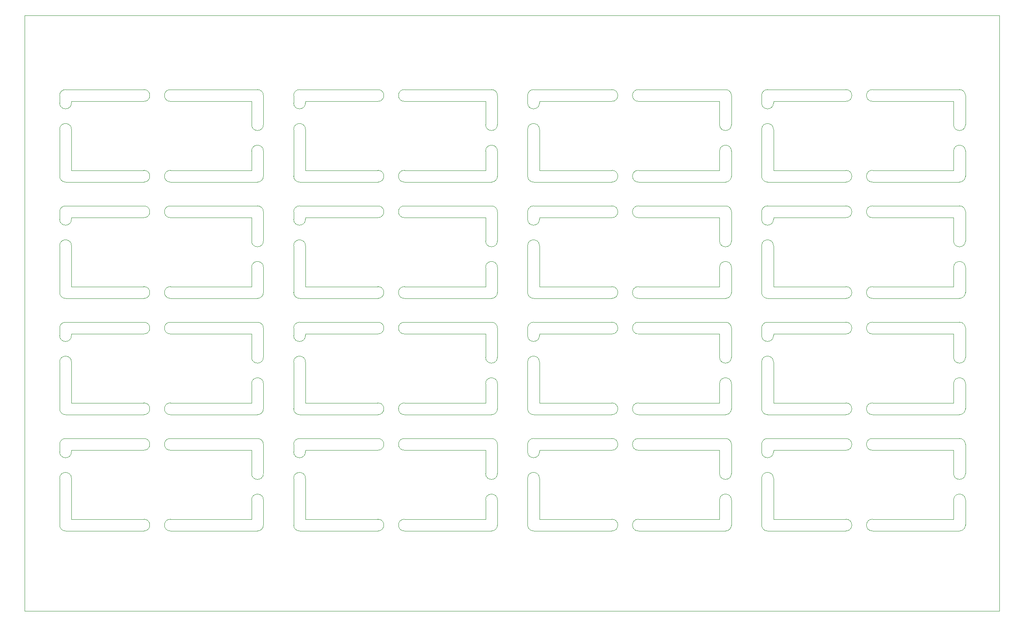
<source format=gko>
G04 Layer_Color=16711935*
%FSLAX25Y25*%
%MOIN*%
G70*
G01*
G75*
%ADD63C,0.00394*%
D63*
X0Y0D02*
X551181D01*
X778740D01*
Y476378D01*
X582677D02*
X778740D01*
X0D02*
X582677D01*
X0Y0D02*
Y476378D01*
X27953Y127165D02*
G03*
X37402Y127165I4724J0D01*
G01*
Y106003D02*
G03*
X27953Y106003I-4724J0D01*
G01*
X181299Y109843D02*
G03*
X190748Y109843I4724J0D01*
G01*
Y88680D02*
G03*
X181299Y88680I-4724J0D01*
G01*
X116437Y73327D02*
G03*
X116437Y63878I0J-4724D01*
G01*
X95275D02*
G03*
X95275Y73327I0J4724D01*
G01*
X95276Y128445D02*
G03*
X95276Y137894I0J4724D01*
G01*
X116438D02*
G03*
X116438Y128445I0J-4724D01*
G01*
X32677Y137894D02*
G03*
X27953Y133169I0J-4724D01*
G01*
X27953Y68602D02*
G03*
X32677Y63878I4724J0D01*
G01*
X186024D02*
G03*
X190748Y68602I0J4724D01*
G01*
Y133169D02*
G03*
X186024Y137894I-4724J0D01*
G01*
X181299Y73327D02*
Y88680D01*
X37402Y73327D02*
Y106003D01*
X37402Y128445D02*
X40059D01*
X37402Y127165D02*
Y128445D01*
X181299Y109843D02*
Y128445D01*
X181299D01*
X37402Y73327D02*
X95275D01*
X116437D02*
X181299D01*
Y73327D02*
Y73327D01*
X116438Y128445D02*
X181299D01*
Y128445D01*
X95276Y128445D02*
Y128445D01*
X40059D02*
X95276D01*
X27953Y127165D02*
Y133169D01*
X32677Y137894D02*
X95276D01*
X116438D02*
X186024D01*
X190748Y109843D02*
Y133169D01*
X116437Y63878D02*
X186024D01*
X190748Y68602D02*
Y88680D01*
X32677Y63878D02*
X95275D01*
X27953Y68602D02*
Y106003D01*
X214880Y127165D02*
G03*
X224329Y127165I4724J0D01*
G01*
Y106003D02*
G03*
X214880Y106003I-4724J0D01*
G01*
X368226Y109843D02*
G03*
X377675Y109843I4724J0D01*
G01*
Y88680D02*
G03*
X368226Y88680I-4724J0D01*
G01*
X303364Y73327D02*
G03*
X303364Y63878I0J-4724D01*
G01*
X282202D02*
G03*
X282202Y73327I0J4724D01*
G01*
X282203Y128445D02*
G03*
X282203Y137894I0J4724D01*
G01*
X303365D02*
G03*
X303365Y128445I0J-4724D01*
G01*
X219604Y137894D02*
G03*
X214880Y133169I0J-4724D01*
G01*
X214880Y68602D02*
G03*
X219604Y63878I4724J0D01*
G01*
X372951D02*
G03*
X377675Y68602I0J4724D01*
G01*
Y133169D02*
G03*
X372951Y137894I-4724J0D01*
G01*
X368226Y73327D02*
Y88680D01*
X224329Y73327D02*
Y106003D01*
X224329Y128445D02*
X226986D01*
X224329Y127165D02*
Y128445D01*
X368226Y109843D02*
Y128445D01*
X368227D01*
X224329Y73327D02*
X282202D01*
X303364D02*
X368226D01*
Y73327D02*
Y73327D01*
X303365Y128445D02*
X368227D01*
Y128445D01*
X282203Y128445D02*
Y128445D01*
X226986D02*
X282203D01*
X214880Y127165D02*
Y133169D01*
X219604Y137894D02*
X282203D01*
X303365D02*
X372951D01*
X377675Y109843D02*
Y133169D01*
X303364Y63878D02*
X372951D01*
X377675Y68602D02*
Y88680D01*
X219604Y63878D02*
X282202D01*
X214880Y68602D02*
Y106003D01*
X401807Y127165D02*
G03*
X411256Y127165I4724J0D01*
G01*
Y106003D02*
G03*
X401807Y106003I-4724J0D01*
G01*
X555154Y109843D02*
G03*
X564603Y109843I4724J0D01*
G01*
Y88680D02*
G03*
X555154Y88680I-4724J0D01*
G01*
X490291Y73327D02*
G03*
X490291Y63878I0J-4724D01*
G01*
X469129D02*
G03*
X469129Y73327I0J4724D01*
G01*
X469130Y128445D02*
G03*
X469130Y137894I0J4724D01*
G01*
X490292D02*
G03*
X490292Y128445I0J-4724D01*
G01*
X406532Y137894D02*
G03*
X401807Y133169I0J-4724D01*
G01*
X401807Y68602D02*
G03*
X406532Y63878I4724J0D01*
G01*
X559878D02*
G03*
X564603Y68602I0J4724D01*
G01*
Y133169D02*
G03*
X559878Y137894I-4724J0D01*
G01*
X555154Y73327D02*
Y88680D01*
X411256Y73327D02*
Y106003D01*
X411256Y128445D02*
X413914D01*
X411256Y127165D02*
Y128445D01*
X555154Y109843D02*
Y128445D01*
X555154D01*
X411256Y73327D02*
X469129D01*
X490291D02*
X555154D01*
Y73327D02*
Y73327D01*
X490292Y128445D02*
X555154D01*
Y128445D01*
X469130Y128445D02*
Y128445D01*
X413914D02*
X469130D01*
X401807Y127165D02*
Y133169D01*
X406532Y137894D02*
X469130D01*
X490292D02*
X559878D01*
X564603Y109843D02*
Y133169D01*
X490291Y63878D02*
X559878D01*
X564603Y68602D02*
Y88680D01*
X406532Y63878D02*
X469129D01*
X401807Y68602D02*
Y106003D01*
X588734Y127165D02*
G03*
X598183Y127165I4724J0D01*
G01*
Y106003D02*
G03*
X588734Y106003I-4724J0D01*
G01*
X742081Y109843D02*
G03*
X751530Y109843I4724J0D01*
G01*
Y88680D02*
G03*
X742081Y88680I-4724J0D01*
G01*
X677219Y73327D02*
G03*
X677219Y63878I0J-4724D01*
G01*
X656057D02*
G03*
X656057Y73327I0J4724D01*
G01*
X656057Y128445D02*
G03*
X656057Y137894I0J4724D01*
G01*
X677219D02*
G03*
X677219Y128445I0J-4724D01*
G01*
X593459Y137894D02*
G03*
X588734Y133169I0J-4724D01*
G01*
X588734Y68602D02*
G03*
X593459Y63878I4724J0D01*
G01*
X746805D02*
G03*
X751530Y68602I0J4724D01*
G01*
Y133169D02*
G03*
X746805Y137894I-4724J0D01*
G01*
X742081Y73327D02*
Y88680D01*
X598183Y73327D02*
Y106003D01*
X598183Y128445D02*
X600841D01*
X598183Y127165D02*
Y128445D01*
X742081Y109843D02*
Y128445D01*
X742081D01*
X598183Y73327D02*
X656057D01*
X677219D02*
X742081D01*
Y73327D02*
Y73327D01*
X677219Y128445D02*
X742081D01*
Y128445D01*
X656057Y128445D02*
Y128445D01*
X600841D02*
X656057D01*
X588734Y127165D02*
Y133169D01*
X593459Y137894D02*
X656057D01*
X677219D02*
X746805D01*
X751530Y109843D02*
Y133169D01*
X677219Y63878D02*
X746805D01*
X751530Y68602D02*
Y88680D01*
X593459Y63878D02*
X656057D01*
X588734Y68602D02*
Y106003D01*
X27953Y220177D02*
G03*
X37402Y220177I4724J0D01*
G01*
Y199015D02*
G03*
X27953Y199015I-4724J0D01*
G01*
X181299Y202854D02*
G03*
X190748Y202854I4724J0D01*
G01*
Y181692D02*
G03*
X181299Y181692I-4724J0D01*
G01*
X116437Y166339D02*
G03*
X116437Y156890I0J-4724D01*
G01*
X95275D02*
G03*
X95275Y166339I0J4724D01*
G01*
X95276Y221457D02*
G03*
X95276Y230906I0J4724D01*
G01*
X116438D02*
G03*
X116438Y221457I0J-4724D01*
G01*
X32677Y230906D02*
G03*
X27953Y226181I0J-4724D01*
G01*
X27953Y161614D02*
G03*
X32677Y156890I4724J0D01*
G01*
X186024D02*
G03*
X190748Y161614I0J4724D01*
G01*
Y226181D02*
G03*
X186024Y230906I-4724J0D01*
G01*
X181299Y166339D02*
Y181692D01*
X37402Y166339D02*
Y199015D01*
X37402Y221457D02*
X40059D01*
X37402Y220177D02*
Y221457D01*
X181299Y202854D02*
Y221457D01*
X181299D01*
X37402Y166339D02*
X95275D01*
X116437D02*
X181299D01*
Y166339D02*
Y166339D01*
X116438Y221457D02*
X181299D01*
Y221457D01*
X95276Y221457D02*
Y221457D01*
X40059D02*
X95276D01*
X27953Y220177D02*
Y226181D01*
X32677Y230906D02*
X95276D01*
X116438D02*
X186024D01*
X190748Y202854D02*
Y226181D01*
X116437Y156890D02*
X186024D01*
X190748Y161614D02*
Y181692D01*
X32677Y156890D02*
X95275D01*
X27953Y161614D02*
Y199015D01*
X214880Y220177D02*
G03*
X224329Y220177I4724J0D01*
G01*
Y199015D02*
G03*
X214880Y199015I-4724J0D01*
G01*
X368226Y202854D02*
G03*
X377675Y202854I4724J0D01*
G01*
Y181692D02*
G03*
X368226Y181692I-4724J0D01*
G01*
X303364Y166339D02*
G03*
X303364Y156890I0J-4724D01*
G01*
X282202D02*
G03*
X282202Y166339I0J4724D01*
G01*
X282203Y221457D02*
G03*
X282203Y230906I0J4724D01*
G01*
X303365D02*
G03*
X303365Y221457I0J-4724D01*
G01*
X219604Y230906D02*
G03*
X214880Y226181I0J-4724D01*
G01*
X214880Y161614D02*
G03*
X219604Y156890I4724J0D01*
G01*
X372951D02*
G03*
X377675Y161614I0J4724D01*
G01*
Y226181D02*
G03*
X372951Y230906I-4724J0D01*
G01*
X368226Y166339D02*
Y181692D01*
X224329Y166339D02*
Y199015D01*
X224329Y221457D02*
X226986D01*
X224329Y220177D02*
Y221457D01*
X368226Y202854D02*
Y221457D01*
X368227D01*
X224329Y166339D02*
X282202D01*
X303364D02*
X368226D01*
Y166339D02*
Y166339D01*
X303365Y221457D02*
X368227D01*
Y221457D01*
X282203Y221457D02*
Y221457D01*
X226986D02*
X282203D01*
X214880Y220177D02*
Y226181D01*
X219604Y230906D02*
X282203D01*
X303365D02*
X372951D01*
X377675Y202854D02*
Y226181D01*
X303364Y156890D02*
X372951D01*
X377675Y161614D02*
Y181692D01*
X219604Y156890D02*
X282202D01*
X214880Y161614D02*
Y199015D01*
X401807Y220177D02*
G03*
X411256Y220177I4724J0D01*
G01*
Y199015D02*
G03*
X401807Y199015I-4724J0D01*
G01*
X555154Y202854D02*
G03*
X564603Y202854I4724J0D01*
G01*
Y181692D02*
G03*
X555154Y181692I-4724J0D01*
G01*
X490291Y166339D02*
G03*
X490291Y156890I0J-4724D01*
G01*
X469129D02*
G03*
X469129Y166339I0J4724D01*
G01*
X469130Y221457D02*
G03*
X469130Y230906I0J4724D01*
G01*
X490292D02*
G03*
X490292Y221457I0J-4724D01*
G01*
X406532Y230906D02*
G03*
X401807Y226181I0J-4724D01*
G01*
X401807Y161614D02*
G03*
X406532Y156890I4724J0D01*
G01*
X559878D02*
G03*
X564603Y161614I0J4724D01*
G01*
Y226181D02*
G03*
X559878Y230906I-4724J0D01*
G01*
X555154Y166339D02*
Y181692D01*
X411256Y166339D02*
Y199015D01*
X411256Y221457D02*
X413914D01*
X411256Y220177D02*
Y221457D01*
X555154Y202854D02*
Y221457D01*
X555154D01*
X411256Y166339D02*
X469129D01*
X490291D02*
X555154D01*
Y166339D02*
Y166339D01*
X490292Y221457D02*
X555154D01*
Y221457D01*
X469130Y221457D02*
Y221457D01*
X413914D02*
X469130D01*
X401807Y220177D02*
Y226181D01*
X406532Y230906D02*
X469130D01*
X490292D02*
X559878D01*
X564603Y202854D02*
Y226181D01*
X490291Y156890D02*
X559878D01*
X564603Y161614D02*
Y181692D01*
X406532Y156890D02*
X469129D01*
X401807Y161614D02*
Y199015D01*
X588734Y220177D02*
G03*
X598183Y220177I4724J0D01*
G01*
Y199015D02*
G03*
X588734Y199015I-4724J0D01*
G01*
X742081Y202854D02*
G03*
X751530Y202854I4724J0D01*
G01*
Y181692D02*
G03*
X742081Y181692I-4724J0D01*
G01*
X677219Y166339D02*
G03*
X677219Y156890I0J-4724D01*
G01*
X656057D02*
G03*
X656057Y166339I0J4724D01*
G01*
X656057Y221457D02*
G03*
X656057Y230906I0J4724D01*
G01*
X677219D02*
G03*
X677219Y221457I0J-4724D01*
G01*
X593459Y230906D02*
G03*
X588734Y226181I0J-4724D01*
G01*
X588734Y161614D02*
G03*
X593459Y156890I4724J0D01*
G01*
X746805D02*
G03*
X751530Y161614I0J4724D01*
G01*
Y226181D02*
G03*
X746805Y230906I-4724J0D01*
G01*
X742081Y166339D02*
Y181692D01*
X598183Y166339D02*
Y199015D01*
X598183Y221457D02*
X600841D01*
X598183Y220177D02*
Y221457D01*
X742081Y202854D02*
Y221457D01*
X742081D01*
X598183Y166339D02*
X656057D01*
X677219D02*
X742081D01*
Y166339D02*
Y166339D01*
X677219Y221457D02*
X742081D01*
Y221457D01*
X656057Y221457D02*
Y221457D01*
X600841D02*
X656057D01*
X588734Y220177D02*
Y226181D01*
X593459Y230906D02*
X656057D01*
X677219D02*
X746805D01*
X751530Y202854D02*
Y226181D01*
X677219Y156890D02*
X746805D01*
X751530Y161614D02*
Y181692D01*
X593459Y156890D02*
X656057D01*
X588734Y161614D02*
Y199015D01*
X27953Y313189D02*
G03*
X37402Y313189I4724J0D01*
G01*
Y292027D02*
G03*
X27953Y292027I-4724J0D01*
G01*
X181299Y295866D02*
G03*
X190748Y295866I4724J0D01*
G01*
Y274704D02*
G03*
X181299Y274704I-4724J0D01*
G01*
X116437Y259350D02*
G03*
X116437Y249902I0J-4724D01*
G01*
X95275D02*
G03*
X95275Y259350I0J4724D01*
G01*
X95276Y314469D02*
G03*
X95276Y323917I0J4724D01*
G01*
X116438D02*
G03*
X116438Y314469I0J-4724D01*
G01*
X32677Y323917D02*
G03*
X27953Y319193I0J-4724D01*
G01*
X27953Y254626D02*
G03*
X32677Y249902I4724J0D01*
G01*
X186024D02*
G03*
X190748Y254626I0J4724D01*
G01*
Y319193D02*
G03*
X186024Y323917I-4724J0D01*
G01*
X181299Y259350D02*
Y274704D01*
X37402Y259350D02*
Y292027D01*
X37402Y314469D02*
X40059D01*
X37402Y313189D02*
Y314469D01*
X181299Y295866D02*
Y314469D01*
X181299D01*
X37402Y259350D02*
X95275D01*
X116437D02*
X181299D01*
Y259350D02*
Y259350D01*
X116438Y314469D02*
X181299D01*
Y314469D01*
X95276Y314469D02*
Y314469D01*
X40059D02*
X95276D01*
X27953Y313189D02*
Y319193D01*
X32677Y323917D02*
X95276D01*
X116438D02*
X186024D01*
X190748Y295866D02*
Y319193D01*
X116437Y249902D02*
X186024D01*
X190748Y254626D02*
Y274704D01*
X32677Y249902D02*
X95275D01*
X27953Y254626D02*
Y292027D01*
X214880Y313189D02*
G03*
X224329Y313189I4724J0D01*
G01*
Y292027D02*
G03*
X214880Y292027I-4724J0D01*
G01*
X368226Y295866D02*
G03*
X377675Y295866I4724J0D01*
G01*
Y274704D02*
G03*
X368226Y274704I-4724J0D01*
G01*
X303364Y259350D02*
G03*
X303364Y249902I0J-4724D01*
G01*
X282202D02*
G03*
X282202Y259350I0J4724D01*
G01*
X282203Y314469D02*
G03*
X282203Y323917I0J4724D01*
G01*
X303365D02*
G03*
X303365Y314469I0J-4724D01*
G01*
X219604Y323917D02*
G03*
X214880Y319193I0J-4724D01*
G01*
X214880Y254626D02*
G03*
X219604Y249902I4724J0D01*
G01*
X372951D02*
G03*
X377675Y254626I0J4724D01*
G01*
Y319193D02*
G03*
X372951Y323917I-4724J0D01*
G01*
X368226Y259350D02*
Y274704D01*
X224329Y259350D02*
Y292027D01*
X224329Y314469D02*
X226986D01*
X224329Y313189D02*
Y314469D01*
X368226Y295866D02*
Y314469D01*
X368227D01*
X224329Y259350D02*
X282202D01*
X303364D02*
X368226D01*
Y259350D02*
Y259350D01*
X303365Y314469D02*
X368227D01*
Y314469D01*
X282203Y314469D02*
Y314469D01*
X226986D02*
X282203D01*
X214880Y313189D02*
Y319193D01*
X219604Y323917D02*
X282203D01*
X303365D02*
X372951D01*
X377675Y295866D02*
Y319193D01*
X303364Y249902D02*
X372951D01*
X377675Y254626D02*
Y274704D01*
X219604Y249902D02*
X282202D01*
X214880Y254626D02*
Y292027D01*
X401807Y313189D02*
G03*
X411256Y313189I4724J0D01*
G01*
Y292027D02*
G03*
X401807Y292027I-4724J0D01*
G01*
X555154Y295866D02*
G03*
X564603Y295866I4724J0D01*
G01*
Y274704D02*
G03*
X555154Y274704I-4724J0D01*
G01*
X490291Y259350D02*
G03*
X490291Y249902I0J-4724D01*
G01*
X469129D02*
G03*
X469129Y259350I0J4724D01*
G01*
X469130Y314469D02*
G03*
X469130Y323917I0J4724D01*
G01*
X490292D02*
G03*
X490292Y314469I0J-4724D01*
G01*
X406532Y323917D02*
G03*
X401807Y319193I0J-4724D01*
G01*
X401807Y254626D02*
G03*
X406532Y249902I4724J0D01*
G01*
X559878D02*
G03*
X564603Y254626I0J4724D01*
G01*
Y319193D02*
G03*
X559878Y323917I-4724J0D01*
G01*
X555154Y259350D02*
Y274704D01*
X411256Y259350D02*
Y292027D01*
X411256Y314469D02*
X413914D01*
X411256Y313189D02*
Y314469D01*
X555154Y295866D02*
Y314469D01*
X555154D01*
X411256Y259350D02*
X469129D01*
X490291D02*
X555154D01*
Y259350D02*
Y259350D01*
X490292Y314469D02*
X555154D01*
Y314469D01*
X469130Y314469D02*
Y314469D01*
X413914D02*
X469130D01*
X401807Y313189D02*
Y319193D01*
X406532Y323917D02*
X469130D01*
X490292D02*
X559878D01*
X564603Y295866D02*
Y319193D01*
X490291Y249902D02*
X559878D01*
X564603Y254626D02*
Y274704D01*
X406532Y249902D02*
X469129D01*
X401807Y254626D02*
Y292027D01*
X588734Y313189D02*
G03*
X598183Y313189I4724J0D01*
G01*
Y292027D02*
G03*
X588734Y292027I-4724J0D01*
G01*
X742081Y295866D02*
G03*
X751530Y295866I4724J0D01*
G01*
Y274704D02*
G03*
X742081Y274704I-4724J0D01*
G01*
X677219Y259350D02*
G03*
X677219Y249902I0J-4724D01*
G01*
X656057D02*
G03*
X656057Y259350I0J4724D01*
G01*
X656057Y314469D02*
G03*
X656057Y323917I0J4724D01*
G01*
X677219D02*
G03*
X677219Y314469I0J-4724D01*
G01*
X593459Y323917D02*
G03*
X588734Y319193I0J-4724D01*
G01*
X588734Y254626D02*
G03*
X593459Y249902I4724J0D01*
G01*
X746805D02*
G03*
X751530Y254626I0J4724D01*
G01*
Y319193D02*
G03*
X746805Y323917I-4724J0D01*
G01*
X742081Y259350D02*
Y274704D01*
X598183Y259350D02*
Y292027D01*
X598183Y314469D02*
X600841D01*
X598183Y313189D02*
Y314469D01*
X742081Y295866D02*
Y314469D01*
X742081D01*
X598183Y259350D02*
X656057D01*
X677219D02*
X742081D01*
Y259350D02*
Y259350D01*
X677219Y314469D02*
X742081D01*
Y314469D01*
X656057Y314469D02*
Y314469D01*
X600841D02*
X656057D01*
X588734Y313189D02*
Y319193D01*
X593459Y323917D02*
X656057D01*
X677219D02*
X746805D01*
X751530Y295866D02*
Y319193D01*
X677219Y249902D02*
X746805D01*
X751530Y254626D02*
Y274704D01*
X593459Y249902D02*
X656057D01*
X588734Y254626D02*
Y292027D01*
X27953Y406201D02*
G03*
X37402Y406201I4724J0D01*
G01*
Y385039D02*
G03*
X27953Y385039I-4724J0D01*
G01*
X181299Y388878D02*
G03*
X190748Y388878I4724J0D01*
G01*
Y367716D02*
G03*
X181299Y367716I-4724J0D01*
G01*
X116437Y352362D02*
G03*
X116437Y342913I0J-4724D01*
G01*
X95275D02*
G03*
X95275Y352362I0J4724D01*
G01*
X95276Y407480D02*
G03*
X95276Y416929I0J4724D01*
G01*
X116438D02*
G03*
X116438Y407480I0J-4724D01*
G01*
X32677Y416929D02*
G03*
X27953Y412205I0J-4724D01*
G01*
X27953Y347638D02*
G03*
X32677Y342913I4724J0D01*
G01*
X186024D02*
G03*
X190748Y347638I0J4724D01*
G01*
Y412205D02*
G03*
X186024Y416929I-4724J0D01*
G01*
X181299Y352362D02*
Y367716D01*
X37402Y352362D02*
Y385039D01*
X37402Y407480D02*
X40059D01*
X37402Y406201D02*
Y407480D01*
X181299Y388878D02*
Y407480D01*
X181299D01*
X37402Y352362D02*
X95275D01*
X116437D02*
X181299D01*
Y352362D02*
Y352362D01*
X116438Y407480D02*
X181299D01*
Y407480D01*
X95276Y407480D02*
Y407480D01*
X40059D02*
X95276D01*
X27953Y406201D02*
Y412205D01*
X32677Y416929D02*
X95276D01*
X116438D02*
X186024D01*
X190748Y388878D02*
Y412205D01*
X116437Y342913D02*
X186024D01*
X190748Y347638D02*
Y367716D01*
X32677Y342913D02*
X95275D01*
X27953Y347638D02*
Y385039D01*
X214880Y406201D02*
G03*
X224329Y406201I4724J0D01*
G01*
Y385039D02*
G03*
X214880Y385039I-4724J0D01*
G01*
X368226Y388878D02*
G03*
X377675Y388878I4724J0D01*
G01*
Y367716D02*
G03*
X368226Y367716I-4724J0D01*
G01*
X303364Y352362D02*
G03*
X303364Y342913I0J-4724D01*
G01*
X282202D02*
G03*
X282202Y352362I0J4724D01*
G01*
X282203Y407480D02*
G03*
X282203Y416929I0J4724D01*
G01*
X303365D02*
G03*
X303365Y407480I0J-4724D01*
G01*
X219604Y416929D02*
G03*
X214880Y412205I0J-4724D01*
G01*
X214880Y347638D02*
G03*
X219604Y342913I4724J0D01*
G01*
X372951D02*
G03*
X377675Y347638I0J4724D01*
G01*
Y412205D02*
G03*
X372951Y416929I-4724J0D01*
G01*
X368226Y352362D02*
Y367716D01*
X224329Y352362D02*
Y385039D01*
X224329Y407480D02*
X226986D01*
X224329Y406201D02*
Y407480D01*
X368226Y388878D02*
Y407480D01*
X368227D01*
X224329Y352362D02*
X282202D01*
X303364D02*
X368226D01*
Y352362D02*
Y352362D01*
X303365Y407480D02*
X368227D01*
Y407480D01*
X282203Y407480D02*
Y407480D01*
X226986D02*
X282203D01*
X214880Y406201D02*
Y412205D01*
X219604Y416929D02*
X282203D01*
X303365D02*
X372951D01*
X377675Y388878D02*
Y412205D01*
X303364Y342913D02*
X372951D01*
X377675Y347638D02*
Y367716D01*
X219604Y342913D02*
X282202D01*
X214880Y347638D02*
Y385039D01*
X401807Y406201D02*
G03*
X411256Y406201I4724J0D01*
G01*
Y385039D02*
G03*
X401807Y385039I-4724J0D01*
G01*
X555154Y388878D02*
G03*
X564603Y388878I4724J0D01*
G01*
Y367716D02*
G03*
X555154Y367716I-4724J0D01*
G01*
X490291Y352362D02*
G03*
X490291Y342913I0J-4724D01*
G01*
X469129D02*
G03*
X469129Y352362I0J4724D01*
G01*
X469130Y407480D02*
G03*
X469130Y416929I0J4724D01*
G01*
X490292D02*
G03*
X490292Y407480I0J-4724D01*
G01*
X406532Y416929D02*
G03*
X401807Y412205I0J-4724D01*
G01*
X401807Y347638D02*
G03*
X406532Y342913I4724J0D01*
G01*
X559878D02*
G03*
X564603Y347638I0J4724D01*
G01*
Y412205D02*
G03*
X559878Y416929I-4724J0D01*
G01*
X555154Y352362D02*
Y367716D01*
X411256Y352362D02*
Y385039D01*
X411256Y407480D02*
X413914D01*
X411256Y406201D02*
Y407480D01*
X555154Y388878D02*
Y407480D01*
X555154D01*
X411256Y352362D02*
X469129D01*
X490291D02*
X555154D01*
Y352362D02*
Y352362D01*
X490292Y407480D02*
X555154D01*
Y407480D01*
X469130Y407480D02*
Y407480D01*
X413914D02*
X469130D01*
X401807Y406201D02*
Y412205D01*
X406532Y416929D02*
X469130D01*
X490292D02*
X559878D01*
X564603Y388878D02*
Y412205D01*
X490291Y342913D02*
X559878D01*
X564603Y347638D02*
Y367716D01*
X406532Y342913D02*
X469129D01*
X401807Y347638D02*
Y385039D01*
X588734Y406201D02*
G03*
X598183Y406201I4724J0D01*
G01*
Y385039D02*
G03*
X588734Y385039I-4724J0D01*
G01*
X742081Y388878D02*
G03*
X751530Y388878I4724J0D01*
G01*
Y367716D02*
G03*
X742081Y367716I-4724J0D01*
G01*
X677219Y352362D02*
G03*
X677219Y342913I0J-4724D01*
G01*
X656057D02*
G03*
X656057Y352362I0J4724D01*
G01*
X656057Y407480D02*
G03*
X656057Y416929I0J4724D01*
G01*
X677219D02*
G03*
X677219Y407480I0J-4724D01*
G01*
X593459Y416929D02*
G03*
X588734Y412205I0J-4724D01*
G01*
X588734Y347638D02*
G03*
X593459Y342913I4724J0D01*
G01*
X746805D02*
G03*
X751530Y347638I0J4724D01*
G01*
Y412205D02*
G03*
X746805Y416929I-4724J0D01*
G01*
X742081Y352362D02*
Y367716D01*
X598183Y352362D02*
Y385039D01*
X598183Y407480D02*
X600841D01*
X598183Y406201D02*
Y407480D01*
X742081Y388878D02*
Y407480D01*
X742081D01*
X598183Y352362D02*
X656057D01*
X677219D02*
X742081D01*
Y352362D02*
Y352362D01*
X677219Y407480D02*
X742081D01*
Y407480D01*
X656057Y407480D02*
Y407480D01*
X600841D02*
X656057D01*
X588734Y406201D02*
Y412205D01*
X593459Y416929D02*
X656057D01*
X677219D02*
X746805D01*
X751530Y388878D02*
Y412205D01*
X677219Y342913D02*
X746805D01*
X751530Y347638D02*
Y367716D01*
X593459Y342913D02*
X656057D01*
X588734Y347638D02*
Y385039D01*
M02*

</source>
